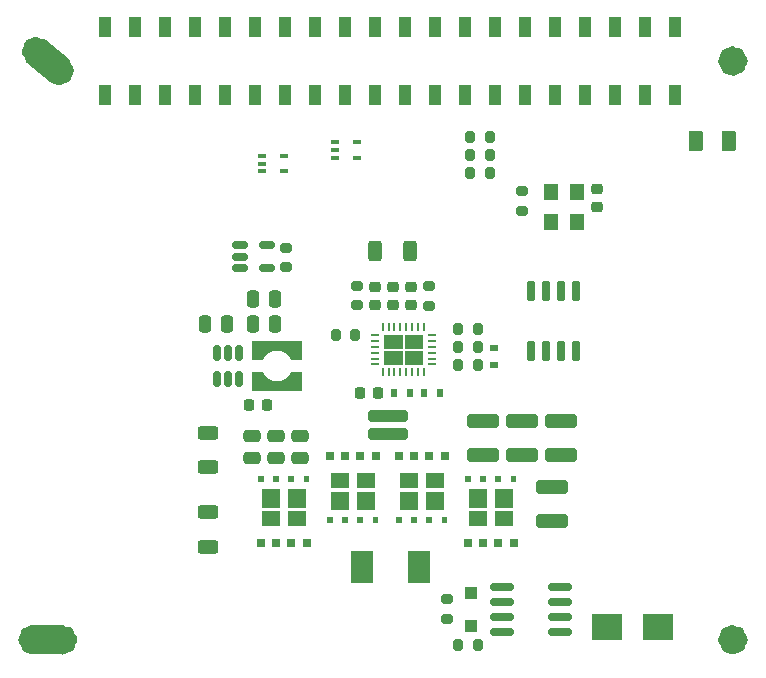
<source format=gbr>
%TF.GenerationSoftware,KiCad,Pcbnew,6.0.9-8da3e8f707~117~ubuntu20.04.1*%
%TF.CreationDate,2022-12-10T16:21:19-08:00*%
%TF.ProjectId,PI-Power-Board,50492d50-6f77-4657-922d-426f6172642e,rev?*%
%TF.SameCoordinates,Original*%
%TF.FileFunction,Paste,Top*%
%TF.FilePolarity,Positive*%
%FSLAX46Y46*%
G04 Gerber Fmt 4.6, Leading zero omitted, Abs format (unit mm)*
G04 Created by KiCad (PCBNEW 6.0.9-8da3e8f707~117~ubuntu20.04.1) date 2022-12-10 16:21:19*
%MOMM*%
%LPD*%
G01*
G04 APERTURE LIST*
G04 Aperture macros list*
%AMRoundRect*
0 Rectangle with rounded corners*
0 $1 Rounding radius*
0 $2 $3 $4 $5 $6 $7 $8 $9 X,Y pos of 4 corners*
0 Add a 4 corners polygon primitive as box body*
4,1,4,$2,$3,$4,$5,$6,$7,$8,$9,$2,$3,0*
0 Add four circle primitives for the rounded corners*
1,1,$1+$1,$2,$3*
1,1,$1+$1,$4,$5*
1,1,$1+$1,$6,$7*
1,1,$1+$1,$8,$9*
0 Add four rect primitives between the rounded corners*
20,1,$1+$1,$2,$3,$4,$5,0*
20,1,$1+$1,$4,$5,$6,$7,0*
20,1,$1+$1,$6,$7,$8,$9,0*
20,1,$1+$1,$8,$9,$2,$3,0*%
%AMFreePoly0*
4,1,19,2.150000,-1.500000,1.178000,-1.500000,1.005260,-1.197301,0.896353,-1.078740,0.724646,-0.944703,0.533256,-0.840690,0.327380,-0.769525,0.212121,-0.750000,-0.211969,-0.750000,-0.320184,-0.767707,-0.526456,-0.837714,-0.718428,-0.940651,-0.890884,-1.073722,-1.004579,-1.196108,-1.178000,-1.500000,-2.150000,-1.500000,-2.150000,0.100000,2.150000,0.100000,2.150000,-1.500000,2.150000,-1.500000,
$1*%
G04 Aperture macros list end*
%ADD10C,1.250000*%
%ADD11C,0.050000*%
%ADD12RoundRect,0.250000X-1.100000X0.325000X-1.100000X-0.325000X1.100000X-0.325000X1.100000X0.325000X0*%
%ADD13RoundRect,0.200000X0.200000X0.275000X-0.200000X0.275000X-0.200000X-0.275000X0.200000X-0.275000X0*%
%ADD14RoundRect,0.150000X-0.512500X-0.150000X0.512500X-0.150000X0.512500X0.150000X-0.512500X0.150000X0*%
%ADD15RoundRect,0.225000X0.225000X0.250000X-0.225000X0.250000X-0.225000X-0.250000X0.225000X-0.250000X0*%
%ADD16RoundRect,0.250000X0.475000X-0.250000X0.475000X0.250000X-0.475000X0.250000X-0.475000X-0.250000X0*%
%ADD17FreePoly0,180.000000*%
%ADD18FreePoly0,0.000000*%
%ADD19R,1.200000X1.400000*%
%ADD20R,0.660000X0.750000*%
%ADD21R,0.650000X0.400000*%
%ADD22RoundRect,0.250000X-0.625000X0.312500X-0.625000X-0.312500X0.625000X-0.312500X0.625000X0.312500X0*%
%ADD23RoundRect,0.200000X-0.275000X0.200000X-0.275000X-0.200000X0.275000X-0.200000X0.275000X0.200000X0*%
%ADD24RoundRect,0.250000X-0.250000X-0.475000X0.250000X-0.475000X0.250000X0.475000X-0.250000X0.475000X0*%
%ADD25R,1.100000X1.100000*%
%ADD26R,0.600000X0.700000*%
%ADD27RoundRect,0.250000X0.250000X0.475000X-0.250000X0.475000X-0.250000X-0.475000X0.250000X-0.475000X0*%
%ADD28RoundRect,0.150000X-0.825000X-0.150000X0.825000X-0.150000X0.825000X0.150000X-0.825000X0.150000X0*%
%ADD29RoundRect,0.200000X-0.200000X-0.275000X0.200000X-0.275000X0.200000X0.275000X-0.200000X0.275000X0*%
%ADD30R,2.500000X2.300000*%
%ADD31RoundRect,0.200000X0.275000X-0.200000X0.275000X0.200000X-0.275000X0.200000X-0.275000X-0.200000X0*%
%ADD32R,0.700000X0.600000*%
%ADD33RoundRect,0.225000X-0.225000X-0.250000X0.225000X-0.250000X0.225000X0.250000X-0.225000X0.250000X0*%
%ADD34R,1.020000X1.780000*%
%ADD35RoundRect,0.225000X0.250000X-0.225000X0.250000X0.225000X-0.250000X0.225000X-0.250000X-0.225000X0*%
%ADD36RoundRect,0.250000X-0.312500X-0.625000X0.312500X-0.625000X0.312500X0.625000X-0.312500X0.625000X0*%
%ADD37RoundRect,0.250000X1.100000X-0.325000X1.100000X0.325000X-1.100000X0.325000X-1.100000X-0.325000X0*%
%ADD38RoundRect,0.150000X-0.150000X0.512500X-0.150000X-0.512500X0.150000X-0.512500X0.150000X0.512500X0*%
%ADD39RoundRect,0.250000X1.450000X-0.250000X1.450000X0.250000X-1.450000X0.250000X-1.450000X-0.250000X0*%
%ADD40RoundRect,0.150000X-0.150000X0.725000X-0.150000X-0.725000X0.150000X-0.725000X0.150000X0.725000X0*%
%ADD41RoundRect,0.050000X-0.070000X0.250000X-0.070000X-0.250000X0.070000X-0.250000X0.070000X0.250000X0*%
%ADD42RoundRect,0.050000X-0.250000X-0.070000X0.250000X-0.070000X0.250000X0.070000X-0.250000X0.070000X0*%
%ADD43R,1.905000X2.790000*%
%ADD44RoundRect,0.250000X0.375000X0.625000X-0.375000X0.625000X-0.375000X-0.625000X0.375000X-0.625000X0*%
G04 APERTURE END LIST*
%TO.C,Q4*%
G36*
X102895800Y-110723000D02*
G01*
X101325800Y-110723000D01*
X101325800Y-112308000D01*
X102895800Y-112308000D01*
X102895800Y-110723000D01*
G37*
G36*
X101900800Y-109608000D02*
G01*
X101400800Y-109608000D01*
X101400800Y-110108000D01*
X101900800Y-110108000D01*
X101900800Y-109608000D01*
G37*
G36*
X102895800Y-113845500D02*
G01*
X101325800Y-113845500D01*
X101325800Y-112610500D01*
X102895800Y-112610500D01*
X102895800Y-113845500D01*
G37*
G36*
X100705800Y-113845500D02*
G01*
X99135800Y-113845500D01*
X99135800Y-112610500D01*
X100705800Y-112610500D01*
X100705800Y-113845500D01*
G37*
G36*
X99350800Y-109608000D02*
G01*
X98850800Y-109608000D01*
X98850800Y-110108000D01*
X99350800Y-110108000D01*
X99350800Y-109608000D01*
G37*
G36*
X100632338Y-109608000D02*
G01*
X100132338Y-109608000D01*
X100132338Y-110108000D01*
X100632338Y-110108000D01*
X100632338Y-109608000D01*
G37*
G36*
X103180800Y-109608000D02*
G01*
X102680800Y-109608000D01*
X102680800Y-110108000D01*
X103180800Y-110108000D01*
X103180800Y-109608000D01*
G37*
G36*
X100705800Y-110723000D02*
G01*
X99135800Y-110723000D01*
X99135800Y-112308000D01*
X100705800Y-112308000D01*
X100705800Y-110723000D01*
G37*
%TO.C,Q2*%
G36*
X93293800Y-109415500D02*
G01*
X94863800Y-109415500D01*
X94863800Y-110650500D01*
X93293800Y-110650500D01*
X93293800Y-109415500D01*
G37*
G36*
X95483800Y-109415500D02*
G01*
X97053800Y-109415500D01*
X97053800Y-110650500D01*
X95483800Y-110650500D01*
X95483800Y-109415500D01*
G37*
G36*
X93008800Y-113653000D02*
G01*
X93508800Y-113653000D01*
X93508800Y-113153000D01*
X93008800Y-113153000D01*
X93008800Y-113653000D01*
G37*
G36*
X95483800Y-112538000D02*
G01*
X97053800Y-112538000D01*
X97053800Y-110953000D01*
X95483800Y-110953000D01*
X95483800Y-112538000D01*
G37*
G36*
X95557262Y-113653000D02*
G01*
X96057262Y-113653000D01*
X96057262Y-113153000D01*
X95557262Y-113153000D01*
X95557262Y-113653000D01*
G37*
G36*
X96838800Y-113653000D02*
G01*
X97338800Y-113653000D01*
X97338800Y-113153000D01*
X96838800Y-113153000D01*
X96838800Y-113653000D01*
G37*
G36*
X94288800Y-113653000D02*
G01*
X94788800Y-113653000D01*
X94788800Y-113153000D01*
X94288800Y-113153000D01*
X94288800Y-113653000D01*
G37*
G36*
X93293800Y-112538000D02*
G01*
X94863800Y-112538000D01*
X94863800Y-110953000D01*
X93293800Y-110953000D01*
X93293800Y-112538000D01*
G37*
%TO.C,H5*%
D10*
X122125000Y-74500000D02*
G75*
G03*
X122125000Y-74500000I-625000J0D01*
G01*
%TO.C,H3*%
G36*
X62250000Y-122250000D02*
G01*
X64750000Y-122250000D01*
X64750000Y-124750000D01*
X62250000Y-124750000D01*
X62250000Y-122250000D01*
G37*
X62875000Y-123500000D02*
G75*
G03*
X62875000Y-123500000I-625000J0D01*
G01*
X65375000Y-123500000D02*
G75*
G03*
X65375000Y-123500000I-625000J0D01*
G01*
%TO.C,Q3*%
G36*
X81824800Y-109608000D02*
G01*
X81324800Y-109608000D01*
X81324800Y-110108000D01*
X81824800Y-110108000D01*
X81824800Y-109608000D01*
G37*
G36*
X84374800Y-109608000D02*
G01*
X83874800Y-109608000D01*
X83874800Y-110108000D01*
X84374800Y-110108000D01*
X84374800Y-109608000D01*
G37*
G36*
X83179800Y-113845500D02*
G01*
X81609800Y-113845500D01*
X81609800Y-112610500D01*
X83179800Y-112610500D01*
X83179800Y-113845500D01*
G37*
G36*
X85654800Y-109608000D02*
G01*
X85154800Y-109608000D01*
X85154800Y-110108000D01*
X85654800Y-110108000D01*
X85654800Y-109608000D01*
G37*
G36*
X83106338Y-109608000D02*
G01*
X82606338Y-109608000D01*
X82606338Y-110108000D01*
X83106338Y-110108000D01*
X83106338Y-109608000D01*
G37*
G36*
X85369800Y-113845500D02*
G01*
X83799800Y-113845500D01*
X83799800Y-112610500D01*
X85369800Y-112610500D01*
X85369800Y-113845500D01*
G37*
G36*
X83179800Y-110723000D02*
G01*
X81609800Y-110723000D01*
X81609800Y-112308000D01*
X83179800Y-112308000D01*
X83179800Y-110723000D01*
G37*
G36*
X85369800Y-110723000D02*
G01*
X83799800Y-110723000D01*
X83799800Y-112308000D01*
X85369800Y-112308000D01*
X85369800Y-110723000D01*
G37*
%TO.C,Q1*%
G36*
X87451800Y-109415500D02*
G01*
X89021800Y-109415500D01*
X89021800Y-110650500D01*
X87451800Y-110650500D01*
X87451800Y-109415500D01*
G37*
G36*
X89641800Y-109415500D02*
G01*
X91211800Y-109415500D01*
X91211800Y-110650500D01*
X89641800Y-110650500D01*
X89641800Y-109415500D01*
G37*
G36*
X87166800Y-113653000D02*
G01*
X87666800Y-113653000D01*
X87666800Y-113153000D01*
X87166800Y-113153000D01*
X87166800Y-113653000D01*
G37*
G36*
X88446800Y-113653000D02*
G01*
X88946800Y-113653000D01*
X88946800Y-113153000D01*
X88446800Y-113153000D01*
X88446800Y-113653000D01*
G37*
G36*
X89715262Y-113653000D02*
G01*
X90215262Y-113653000D01*
X90215262Y-113153000D01*
X89715262Y-113153000D01*
X89715262Y-113653000D01*
G37*
G36*
X90996800Y-113653000D02*
G01*
X91496800Y-113653000D01*
X91496800Y-113153000D01*
X90996800Y-113153000D01*
X90996800Y-113653000D01*
G37*
G36*
X87451800Y-112538000D02*
G01*
X89021800Y-112538000D01*
X89021800Y-110953000D01*
X87451800Y-110953000D01*
X87451800Y-112538000D01*
G37*
G36*
X89641800Y-112538000D02*
G01*
X91211800Y-112538000D01*
X91211800Y-110953000D01*
X89641800Y-110953000D01*
X89641800Y-112538000D01*
G37*
%TO.C,H1*%
G36*
X63352077Y-72738433D02*
G01*
X65261567Y-74352077D01*
X63647923Y-76261567D01*
X61738433Y-74647923D01*
X63352077Y-72738433D01*
G37*
X63170255Y-73693178D02*
G75*
G03*
X63170255Y-73693178I-625000J0D01*
G01*
X65079745Y-75306822D02*
G75*
G03*
X65079745Y-75306822I-625000J0D01*
G01*
%TO.C,H7*%
X122125000Y-123500000D02*
G75*
G03*
X122125000Y-123500000I-625000J0D01*
G01*
D11*
%TO.C,U5*%
X95204000Y-97741000D02*
X93724000Y-97741000D01*
X93724000Y-97741000D02*
X93724000Y-98821000D01*
X93724000Y-98821000D02*
X95204000Y-98821000D01*
X95204000Y-98821000D02*
X95204000Y-97741000D01*
G36*
X95204000Y-97741000D02*
G01*
X93724000Y-97741000D01*
X93724000Y-98821000D01*
X95204000Y-98821000D01*
X95204000Y-97741000D01*
G37*
X93474000Y-97741000D02*
X91994000Y-97741000D01*
X91994000Y-97741000D02*
X91994000Y-98821000D01*
X91994000Y-98821000D02*
X93474000Y-98821000D01*
X93474000Y-98821000D02*
X93474000Y-97741000D01*
G36*
X93474000Y-97741000D02*
G01*
X91994000Y-97741000D01*
X91994000Y-98821000D01*
X93474000Y-98821000D01*
X93474000Y-97741000D01*
G37*
X93474000Y-99071000D02*
X91994000Y-99071000D01*
X91994000Y-99071000D02*
X91994000Y-100151000D01*
X91994000Y-100151000D02*
X93474000Y-100151000D01*
X93474000Y-100151000D02*
X93474000Y-99071000D01*
G36*
X93474000Y-99071000D02*
G01*
X91994000Y-99071000D01*
X91994000Y-100151000D01*
X93474000Y-100151000D01*
X93474000Y-99071000D01*
G37*
X95204000Y-99071000D02*
X93724000Y-99071000D01*
X93724000Y-99071000D02*
X93724000Y-100151000D01*
X93724000Y-100151000D02*
X95204000Y-100151000D01*
X95204000Y-100151000D02*
X95204000Y-99071000D01*
G36*
X95204000Y-99071000D02*
G01*
X93724000Y-99071000D01*
X93724000Y-100151000D01*
X95204000Y-100151000D01*
X95204000Y-99071000D01*
G37*
%TD*%
D12*
%TO.C,C10*%
X103632000Y-104951000D03*
X103632000Y-107901000D03*
%TD*%
D13*
%TO.C,R9*%
X99885000Y-97168000D03*
X98235000Y-97168000D03*
%TD*%
D14*
%TO.C,U3*%
X79761500Y-90109000D03*
X79761500Y-91059000D03*
X79761500Y-92009000D03*
X82036500Y-92009000D03*
X82036500Y-90109000D03*
%TD*%
D15*
%TO.C,C30*%
X91453000Y-102616000D03*
X89903000Y-102616000D03*
%TD*%
D16*
%TO.C,C14*%
X84836000Y-108138000D03*
X84836000Y-106238000D03*
%TD*%
D17*
%TO.C,L1*%
X82931000Y-102380000D03*
D18*
X82931000Y-98280000D03*
%TD*%
D19*
%TO.C,U2*%
X108288000Y-88138000D03*
X108288000Y-85598000D03*
X106088000Y-85598000D03*
X106088000Y-88138000D03*
%TD*%
D20*
%TO.C,Q4*%
X99095800Y-115333000D03*
X100375800Y-115333000D03*
X101655800Y-115333000D03*
X102935800Y-115333000D03*
%TD*%
D21*
%TO.C,U1*%
X81600000Y-82535000D03*
X81600000Y-83185000D03*
X81600000Y-83835000D03*
X83500000Y-83835000D03*
X83500000Y-82535000D03*
%TD*%
D22*
%TO.C,R14*%
X77089000Y-105979500D03*
X77089000Y-108904500D03*
%TD*%
D20*
%TO.C,Q2*%
X97093800Y-107928000D03*
X95813800Y-107928000D03*
X94533800Y-107928000D03*
X93253800Y-107928000D03*
%TD*%
D23*
%TO.C,R4*%
X103632000Y-85535000D03*
X103632000Y-87185000D03*
%TD*%
D24*
%TO.C,C6*%
X76774000Y-96774000D03*
X78674000Y-96774000D03*
%TD*%
D21*
%TO.C,U11*%
X87816000Y-81387000D03*
X87816000Y-82037000D03*
X87816000Y-82687000D03*
X89716000Y-82687000D03*
X89716000Y-81387000D03*
%TD*%
D23*
%TO.C,R7*%
X89662000Y-93549000D03*
X89662000Y-95199000D03*
%TD*%
D25*
%TO.C,D5*%
X99314000Y-119504000D03*
X99314000Y-122304000D03*
%TD*%
D26*
%TO.C,D4*%
X96712000Y-102616000D03*
X95312000Y-102616000D03*
%TD*%
D12*
%TO.C,C11*%
X106934000Y-104951000D03*
X106934000Y-107901000D03*
%TD*%
D13*
%TO.C,R17*%
X99885000Y-123952000D03*
X98235000Y-123952000D03*
%TD*%
D27*
%TO.C,C7*%
X82738000Y-96774000D03*
X80838000Y-96774000D03*
%TD*%
D26*
%TO.C,D3*%
X92772000Y-102616000D03*
X94172000Y-102616000D03*
%TD*%
D13*
%TO.C,R10*%
X89547200Y-97676000D03*
X87897200Y-97676000D03*
%TD*%
D28*
%TO.C,Q5*%
X101919000Y-118999000D03*
X101919000Y-120269000D03*
X101919000Y-121539000D03*
X101919000Y-122809000D03*
X106869000Y-122809000D03*
X106869000Y-121539000D03*
X106869000Y-120269000D03*
X106869000Y-118999000D03*
%TD*%
D29*
%TO.C,R1*%
X99251000Y-80899000D03*
X100901000Y-80899000D03*
%TD*%
D30*
%TO.C,D6*%
X115180000Y-122428000D03*
X110880000Y-122428000D03*
%TD*%
D31*
%TO.C,R6*%
X83693000Y-91945000D03*
X83693000Y-90295000D03*
%TD*%
D32*
%TO.C,D2*%
X101320600Y-98817200D03*
X101320600Y-100217200D03*
%TD*%
D33*
%TO.C,C8*%
X80505000Y-103632000D03*
X82055000Y-103632000D03*
%TD*%
D31*
%TO.C,R16*%
X97282000Y-121729000D03*
X97282000Y-120079000D03*
%TD*%
D29*
%TO.C,R2*%
X99251000Y-82423000D03*
X100901000Y-82423000D03*
%TD*%
%TO.C,R11*%
X98235000Y-98692000D03*
X99885000Y-98692000D03*
%TD*%
D12*
%TO.C,C9*%
X100330000Y-104951000D03*
X100330000Y-107901000D03*
%TD*%
D16*
%TO.C,C12*%
X80772000Y-108138000D03*
X80772000Y-106238000D03*
%TD*%
D34*
%TO.C,J1*%
X68370000Y-77410000D03*
X68370000Y-71590000D03*
X70910000Y-77410000D03*
X70910000Y-71590000D03*
X73450000Y-77410000D03*
X73450000Y-71590000D03*
X75990000Y-77410000D03*
X75990000Y-71590000D03*
X78530000Y-77410000D03*
X78530000Y-71590000D03*
X81070000Y-77410000D03*
X81070000Y-71590000D03*
X83610000Y-77410000D03*
X83610000Y-71590000D03*
X86150000Y-77410000D03*
X86150000Y-71590000D03*
X88690000Y-77410000D03*
X88690000Y-71590000D03*
X91230000Y-77410000D03*
X91230000Y-71590000D03*
X93770000Y-77410000D03*
X93770000Y-71590000D03*
X96310000Y-77410000D03*
X96310000Y-71590000D03*
X98850000Y-77410000D03*
X98850000Y-71590000D03*
X101390000Y-77410000D03*
X101390000Y-71590000D03*
X103930000Y-77410000D03*
X103930000Y-71590000D03*
X106470000Y-77410000D03*
X106470000Y-71590000D03*
X109010000Y-77410000D03*
X109010000Y-71590000D03*
X111550000Y-77410000D03*
X111550000Y-71590000D03*
X114090000Y-77410000D03*
X114090000Y-71590000D03*
X116630000Y-77410000D03*
X116630000Y-71590000D03*
%TD*%
D29*
%TO.C,R3*%
X99251000Y-83947000D03*
X100901000Y-83947000D03*
%TD*%
D27*
%TO.C,C5*%
X82738000Y-94615000D03*
X80838000Y-94615000D03*
%TD*%
D35*
%TO.C,C3*%
X92710000Y-95162000D03*
X92710000Y-93612000D03*
%TD*%
D20*
%TO.C,Q3*%
X81569800Y-115333000D03*
X82849800Y-115333000D03*
X84129800Y-115333000D03*
X85409800Y-115333000D03*
%TD*%
%TO.C,Q1*%
X91251800Y-107928000D03*
X89971800Y-107928000D03*
X88691800Y-107928000D03*
X87411800Y-107928000D03*
%TD*%
D35*
%TO.C,C2*%
X91186000Y-95162000D03*
X91186000Y-93612000D03*
%TD*%
D36*
%TO.C,R5*%
X91247500Y-90551000D03*
X94172500Y-90551000D03*
%TD*%
D37*
%TO.C,C15*%
X106172000Y-113489000D03*
X106172000Y-110539000D03*
%TD*%
D38*
%TO.C,U6*%
X79690000Y-99192500D03*
X78740000Y-99192500D03*
X77790000Y-99192500D03*
X77790000Y-101467500D03*
X78740000Y-101467500D03*
X79690000Y-101467500D03*
%TD*%
D35*
%TO.C,C1*%
X109982000Y-86881000D03*
X109982000Y-85331000D03*
%TD*%
D39*
%TO.C,R13*%
X92329000Y-106046000D03*
X92329000Y-104546000D03*
%TD*%
D40*
%TO.C,U4*%
X108204000Y-93945000D03*
X106934000Y-93945000D03*
X105664000Y-93945000D03*
X104394000Y-93945000D03*
X104394000Y-99095000D03*
X105664000Y-99095000D03*
X106934000Y-99095000D03*
X108204000Y-99095000D03*
%TD*%
D31*
%TO.C,R8*%
X95758000Y-95212000D03*
X95758000Y-93562000D03*
%TD*%
D41*
%TO.C,U5*%
X95349000Y-97046000D03*
X94849000Y-97046000D03*
X94349000Y-97046000D03*
X93849000Y-97046000D03*
X93349000Y-97046000D03*
X92849000Y-97046000D03*
X92349000Y-97046000D03*
X91849000Y-97046000D03*
D42*
X91199000Y-97696000D03*
X91199000Y-98196000D03*
X91199000Y-98696000D03*
X91199000Y-99196000D03*
X91199000Y-99696000D03*
X91199000Y-100196000D03*
D41*
X91849000Y-100846000D03*
X92349000Y-100846000D03*
X92849000Y-100846000D03*
X93349000Y-100846000D03*
X93849000Y-100846000D03*
X94349000Y-100846000D03*
X94849000Y-100846000D03*
X95349000Y-100846000D03*
D42*
X95999000Y-100196000D03*
X95999000Y-99696000D03*
X95999000Y-99196000D03*
X95999000Y-98696000D03*
X95999000Y-98196000D03*
X95999000Y-97696000D03*
%TD*%
D35*
%TO.C,C4*%
X94234000Y-95162000D03*
X94234000Y-93612000D03*
%TD*%
D22*
%TO.C,R15*%
X77089000Y-112710500D03*
X77089000Y-115635500D03*
%TD*%
D16*
%TO.C,C13*%
X82804000Y-108138000D03*
X82804000Y-106238000D03*
%TD*%
D13*
%TO.C,R12*%
X99885000Y-100216000D03*
X98235000Y-100216000D03*
%TD*%
D43*
%TO.C,L2*%
X94932300Y-117348000D03*
X90081300Y-117348000D03*
%TD*%
D44*
%TO.C,D1*%
X121164000Y-81280000D03*
X118364000Y-81280000D03*
%TD*%
M02*

</source>
